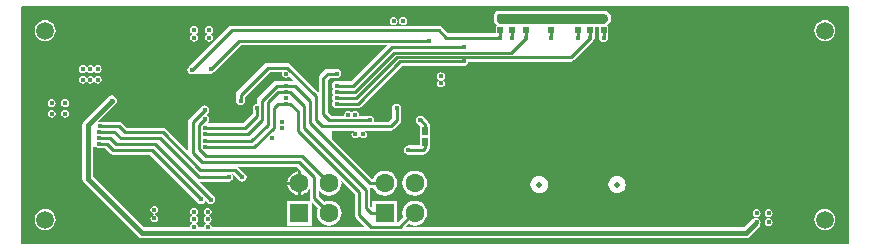
<source format=gbl>
G04*
G04 #@! TF.GenerationSoftware,Altium Limited,Altium Designer,20.0.1 (14)*
G04*
G04 Layer_Physical_Order=4*
G04 Layer_Color=16711680*
%FSLAX24Y24*%
%MOIN*%
G70*
G01*
G75*
%ADD15C,0.0060*%
%ADD26R,0.0244X0.0256*%
%ADD70C,0.0100*%
%ADD73C,0.0150*%
%ADD74C,0.0630*%
%ADD75R,0.0630X0.0630*%
%ADD76C,0.0187*%
%ADD77C,0.0160*%
%ADD78C,0.0591*%
%ADD85R,0.0197X0.0187*%
G36*
X27559Y7874D02*
X27559Y-0D01*
X-0Y0D01*
X0Y7874D01*
X27559Y7874D01*
D02*
G37*
%LPC*%
G36*
X19450Y7752D02*
X15900Y7752D01*
X15900D01*
X15900D01*
X15884Y7749D01*
X15861Y7744D01*
X15861Y7744D01*
X15861D01*
X15854Y7740D01*
X15828Y7722D01*
X15828Y7722D01*
X15778Y7672D01*
X15778Y7672D01*
X15756Y7639D01*
D01*
X15756Y7639D01*
X15751Y7614D01*
X15748Y7600D01*
X15748Y7400D01*
D01*
D01*
Y7400D01*
X15752Y7382D01*
X15756Y7361D01*
X15756Y7361D01*
X15756Y7361D01*
X15770Y7340D01*
X15778Y7328D01*
X15778Y7328D01*
X15778Y7328D01*
X15778Y7328D01*
X15864Y7242D01*
X15802D01*
Y7121D01*
X15797Y7098D01*
Y7003D01*
X14213D01*
X14008Y7208D01*
X13959Y7241D01*
X13900Y7253D01*
X7000D01*
X6941Y7241D01*
X6892Y7208D01*
X5567Y5883D01*
X5534Y5834D01*
X5522Y5775D01*
X5534Y5716D01*
X5567Y5667D01*
X5616Y5634D01*
X5675Y5622D01*
X5734Y5634D01*
X6287D01*
X6298Y5645D01*
X6302Y5645D01*
X6361Y5656D01*
X6411Y5689D01*
X7310Y6589D01*
X12173D01*
X10987Y5403D01*
X10500D01*
X10441Y5391D01*
X10392Y5358D01*
X10359Y5309D01*
X10347Y5250D01*
X10359Y5191D01*
X10386Y5150D01*
X10359Y5109D01*
X10347Y5050D01*
X10359Y4991D01*
X10386Y4950D01*
X10359Y4909D01*
X10347Y4850D01*
X10359Y4791D01*
X10386Y4750D01*
X10359Y4709D01*
X10347Y4650D01*
X10359Y4591D01*
X10392Y4542D01*
X10441Y4509D01*
X10500Y4497D01*
X11200D01*
X11259Y4509D01*
X11308Y4542D01*
X12673Y5907D01*
X14730D01*
X14789Y5919D01*
X14838Y5952D01*
X14871Y6001D01*
X14880Y6047D01*
X18300D01*
X18359Y6059D01*
X18408Y6092D01*
X19058Y6742D01*
X19091Y6791D01*
X19103Y6850D01*
Y7098D01*
X19098Y7121D01*
Y7198D01*
X19252Y7198D01*
Y7121D01*
X19247Y7098D01*
Y6850D01*
X19259Y6791D01*
X19292Y6742D01*
X19341Y6709D01*
X19400Y6697D01*
X19459Y6709D01*
X19508Y6742D01*
X19541Y6791D01*
X19553Y6850D01*
Y7098D01*
X19548Y7121D01*
Y7242D01*
X19486D01*
X19622Y7378D01*
X19644Y7411D01*
X19652Y7450D01*
Y7550D01*
X19644Y7589D01*
X19622Y7622D01*
X19522Y7722D01*
X19489Y7744D01*
X19450Y7752D01*
D02*
G37*
G36*
X12713Y7533D02*
X12663Y7522D01*
X12620Y7494D01*
X12591Y7451D01*
X12581Y7400D01*
X12591Y7349D01*
X12620Y7306D01*
X12663Y7278D01*
X12713Y7267D01*
X12764Y7278D01*
X12807Y7306D01*
X12836Y7349D01*
X12846Y7400D01*
X12836Y7451D01*
X12807Y7494D01*
X12764Y7522D01*
X12713Y7533D01*
D02*
G37*
G36*
X12400D02*
X12349Y7522D01*
X12306Y7494D01*
X12278Y7451D01*
X12267Y7400D01*
X12278Y7349D01*
X12306Y7306D01*
X12349Y7278D01*
X12400Y7267D01*
X12451Y7278D01*
X12494Y7306D01*
X12522Y7349D01*
X12533Y7400D01*
X12522Y7451D01*
X12494Y7494D01*
X12451Y7522D01*
X12400Y7533D01*
D02*
G37*
G36*
X26772Y7435D02*
X26682Y7423D01*
X26598Y7388D01*
X26525Y7333D01*
X26470Y7261D01*
X26435Y7177D01*
X26423Y7087D01*
X26435Y6996D01*
X26470Y6912D01*
X26525Y6840D01*
X26598Y6785D01*
X26682Y6750D01*
X26772Y6738D01*
X26862Y6750D01*
X26946Y6785D01*
X27018Y6840D01*
X27073Y6912D01*
X27108Y6996D01*
X27120Y7087D01*
X27108Y7177D01*
X27073Y7261D01*
X27018Y7333D01*
X26946Y7388D01*
X26862Y7423D01*
X26772Y7435D01*
D02*
G37*
G36*
X787D02*
X697Y7423D01*
X613Y7388D01*
X541Y7333D01*
X486Y7261D01*
X451Y7177D01*
X439Y7087D01*
X451Y6996D01*
X486Y6912D01*
X541Y6840D01*
X613Y6785D01*
X697Y6750D01*
X787Y6738D01*
X878Y6750D01*
X962Y6785D01*
X1034Y6840D01*
X1089Y6912D01*
X1124Y6996D01*
X1136Y7087D01*
X1124Y7177D01*
X1089Y7261D01*
X1034Y7333D01*
X962Y7388D01*
X878Y7423D01*
X787Y7435D01*
D02*
G37*
G36*
X6250Y7233D02*
X6199Y7222D01*
X6156Y7194D01*
X6128Y7151D01*
X6117Y7100D01*
X6128Y7049D01*
X6156Y7006D01*
X6199Y6978D01*
X6212Y6975D01*
X6199Y6972D01*
X6156Y6944D01*
X6128Y6901D01*
X6117Y6850D01*
X6128Y6799D01*
X6156Y6756D01*
X6199Y6728D01*
X6250Y6717D01*
X6301Y6728D01*
X6344Y6756D01*
X6372Y6799D01*
X6383Y6850D01*
X6372Y6901D01*
X6344Y6944D01*
X6301Y6972D01*
X6288Y6975D01*
X6301Y6978D01*
X6344Y7006D01*
X6372Y7049D01*
X6383Y7100D01*
X6372Y7151D01*
X6344Y7194D01*
X6301Y7222D01*
X6250Y7233D01*
D02*
G37*
G36*
X5750D02*
X5699Y7222D01*
X5656Y7194D01*
X5628Y7151D01*
X5617Y7100D01*
X5628Y7049D01*
X5656Y7006D01*
X5699Y6978D01*
X5712Y6975D01*
X5699Y6972D01*
X5656Y6944D01*
X5628Y6901D01*
X5617Y6850D01*
X5628Y6799D01*
X5656Y6756D01*
X5699Y6728D01*
X5750Y6717D01*
X5801Y6728D01*
X5844Y6756D01*
X5872Y6799D01*
X5883Y6850D01*
X5872Y6901D01*
X5844Y6944D01*
X5801Y6972D01*
X5788Y6975D01*
X5801Y6978D01*
X5844Y7006D01*
X5872Y7049D01*
X5883Y7100D01*
X5872Y7151D01*
X5844Y7194D01*
X5801Y7222D01*
X5750Y7233D01*
D02*
G37*
G36*
X2540Y5933D02*
X2489Y5922D01*
X2446Y5894D01*
X2418Y5851D01*
X2415Y5838D01*
X2412Y5851D01*
X2384Y5894D01*
X2341Y5922D01*
X2290Y5933D01*
X2239Y5922D01*
X2196Y5894D01*
X2168Y5851D01*
X2165Y5838D01*
X2162Y5851D01*
X2134Y5894D01*
X2091Y5922D01*
X2040Y5933D01*
X1989Y5922D01*
X1946Y5894D01*
X1918Y5851D01*
X1907Y5800D01*
X1918Y5749D01*
X1946Y5706D01*
X1989Y5678D01*
X2040Y5667D01*
X2091Y5678D01*
X2134Y5706D01*
X2162Y5749D01*
X2165Y5762D01*
X2168Y5749D01*
X2196Y5706D01*
X2239Y5678D01*
X2290Y5667D01*
X2341Y5678D01*
X2384Y5706D01*
X2412Y5749D01*
X2415Y5762D01*
X2418Y5749D01*
X2446Y5706D01*
X2489Y5678D01*
X2540Y5667D01*
X2591Y5678D01*
X2634Y5706D01*
X2662Y5749D01*
X2673Y5800D01*
X2662Y5851D01*
X2634Y5894D01*
X2591Y5922D01*
X2540Y5933D01*
D02*
G37*
G36*
Y5583D02*
X2489Y5572D01*
X2446Y5544D01*
X2418Y5501D01*
X2415Y5488D01*
X2412Y5501D01*
X2384Y5544D01*
X2341Y5572D01*
X2290Y5583D01*
X2239Y5572D01*
X2196Y5544D01*
X2168Y5501D01*
X2165Y5488D01*
X2162Y5501D01*
X2134Y5544D01*
X2091Y5572D01*
X2040Y5583D01*
X1989Y5572D01*
X1946Y5544D01*
X1918Y5501D01*
X1907Y5450D01*
X1918Y5399D01*
X1946Y5356D01*
X1989Y5328D01*
X2040Y5317D01*
X2091Y5328D01*
X2134Y5356D01*
X2162Y5399D01*
X2165Y5412D01*
X2168Y5399D01*
X2196Y5356D01*
X2239Y5328D01*
X2290Y5317D01*
X2341Y5328D01*
X2384Y5356D01*
X2412Y5399D01*
X2415Y5412D01*
X2418Y5399D01*
X2446Y5356D01*
X2489Y5328D01*
X2540Y5317D01*
X2591Y5328D01*
X2634Y5356D01*
X2662Y5399D01*
X2673Y5450D01*
X2662Y5501D01*
X2634Y5544D01*
X2591Y5572D01*
X2540Y5583D01*
D02*
G37*
G36*
X13977Y5696D02*
X13926Y5686D01*
X13883Y5657D01*
X13854Y5614D01*
X13844Y5563D01*
X13854Y5513D01*
X13883Y5470D01*
X13920Y5445D01*
X13883Y5421D01*
X13854Y5378D01*
X13844Y5327D01*
X13854Y5276D01*
X13883Y5233D01*
X13926Y5204D01*
X13977Y5194D01*
X14028Y5204D01*
X14071Y5233D01*
X14099Y5276D01*
X14109Y5327D01*
X14099Y5378D01*
X14071Y5421D01*
X14034Y5445D01*
X14071Y5470D01*
X14099Y5513D01*
X14109Y5563D01*
X14099Y5614D01*
X14071Y5657D01*
X14028Y5686D01*
X13977Y5696D01*
D02*
G37*
G36*
X1450Y4803D02*
X1399Y4792D01*
X1356Y4764D01*
X1328Y4721D01*
X1317Y4670D01*
X1328Y4619D01*
X1356Y4576D01*
X1399Y4548D01*
X1450Y4537D01*
X1501Y4548D01*
X1544Y4576D01*
X1572Y4619D01*
X1583Y4670D01*
X1572Y4721D01*
X1544Y4764D01*
X1501Y4792D01*
X1450Y4803D01*
D02*
G37*
G36*
X1000D02*
X949Y4792D01*
X906Y4764D01*
X878Y4721D01*
X867Y4670D01*
X878Y4619D01*
X906Y4576D01*
X949Y4548D01*
X1000Y4537D01*
X1051Y4548D01*
X1094Y4576D01*
X1122Y4619D01*
X1133Y4670D01*
X1122Y4721D01*
X1094Y4764D01*
X1051Y4792D01*
X1000Y4803D01*
D02*
G37*
G36*
X1450Y4453D02*
X1399Y4442D01*
X1356Y4414D01*
X1328Y4371D01*
X1317Y4320D01*
X1328Y4269D01*
X1356Y4226D01*
X1399Y4198D01*
X1450Y4187D01*
X1501Y4198D01*
X1544Y4226D01*
X1572Y4269D01*
X1583Y4320D01*
X1572Y4371D01*
X1544Y4414D01*
X1501Y4442D01*
X1450Y4453D01*
D02*
G37*
G36*
X1000D02*
X949Y4442D01*
X906Y4414D01*
X878Y4371D01*
X867Y4320D01*
X878Y4269D01*
X906Y4226D01*
X949Y4198D01*
X1000Y4187D01*
X1051Y4198D01*
X1094Y4226D01*
X1122Y4269D01*
X1133Y4320D01*
X1122Y4371D01*
X1094Y4414D01*
X1051Y4442D01*
X1000Y4453D01*
D02*
G37*
G36*
X8850Y6003D02*
X8200D01*
X8141Y5991D01*
X8092Y5958D01*
X7192Y5058D01*
X7159Y5009D01*
X7147Y4950D01*
Y4750D01*
X7159Y4691D01*
X7192Y4642D01*
X7241Y4609D01*
X7300Y4597D01*
X7359Y4609D01*
X7408Y4642D01*
X7441Y4691D01*
X7453Y4750D01*
Y4887D01*
X8263Y5697D01*
X8677D01*
X8667Y5650D01*
X8678Y5599D01*
X8706Y5556D01*
X8749Y5528D01*
X8800Y5517D01*
X8851Y5528D01*
X8894Y5556D01*
X8907Y5576D01*
X9081Y5403D01*
X8500D01*
X8441Y5391D01*
X8392Y5358D01*
X7892Y4858D01*
X7859Y4809D01*
X7847Y4750D01*
Y4652D01*
X7791Y4641D01*
X7742Y4608D01*
X7709Y4559D01*
X7697Y4500D01*
Y4313D01*
X7387Y4003D01*
X6197D01*
X6208Y4014D01*
X6241Y4064D01*
X6253Y4122D01*
X6241Y4181D01*
X6208Y4231D01*
X6159Y4264D01*
X6145Y4266D01*
X6208Y4329D01*
X6241Y4379D01*
X6253Y4437D01*
X6241Y4496D01*
X6208Y4546D01*
X6159Y4579D01*
X6100Y4590D01*
X6041Y4579D01*
X5992Y4546D01*
X5592Y4146D01*
X5559Y4096D01*
X5547Y4037D01*
Y3069D01*
X4808Y3808D01*
X4759Y3841D01*
X4700Y3853D01*
X3512D01*
X3357Y4008D01*
X3307Y4041D01*
X3249Y4053D01*
X2600D01*
X2544Y4042D01*
X3126Y4624D01*
X3165Y4682D01*
X3178Y4750D01*
X3165Y4818D01*
X3126Y4876D01*
X3068Y4915D01*
X3000Y4928D01*
X2932Y4915D01*
X2874Y4876D01*
X2074Y4076D01*
X2035Y4018D01*
X2022Y3950D01*
Y2150D01*
X2035Y2082D01*
X2074Y2024D01*
X3874Y224D01*
X3874Y224D01*
X3932Y185D01*
X4000Y172D01*
X24150D01*
X24218Y185D01*
X24276Y224D01*
X24576Y524D01*
X24615Y582D01*
X24628Y650D01*
X24626Y665D01*
X24633Y700D01*
X24622Y751D01*
X24594Y794D01*
X24551Y822D01*
X24500Y833D01*
X24465Y826D01*
X24450Y828D01*
X24382Y815D01*
X24324Y776D01*
X24076Y528D01*
X12795D01*
X12900Y634D01*
X12992Y596D01*
X13100Y581D01*
X13208Y596D01*
X13309Y638D01*
X13396Y704D01*
X13462Y791D01*
X13504Y892D01*
X13519Y1000D01*
X13504Y1108D01*
X13462Y1209D01*
X13396Y1296D01*
X13309Y1362D01*
X13208Y1404D01*
X13100Y1419D01*
X12992Y1404D01*
X12891Y1362D01*
X12804Y1296D01*
X12738Y1209D01*
X12696Y1108D01*
X12681Y1000D01*
X12696Y892D01*
X12704Y871D01*
X12537Y703D01*
X12515D01*
Y1415D01*
X11685D01*
Y1181D01*
X11628Y1238D01*
Y1775D01*
X11616Y1834D01*
X11607Y1847D01*
X11714D01*
X11738Y1791D01*
X11804Y1704D01*
X11891Y1638D01*
X11992Y1596D01*
X12100Y1581D01*
X12208Y1596D01*
X12309Y1638D01*
X12396Y1704D01*
X12462Y1791D01*
X12504Y1892D01*
X12519Y2000D01*
X12504Y2108D01*
X12462Y2209D01*
X12396Y2296D01*
X12309Y2362D01*
X12208Y2404D01*
X12100Y2419D01*
X11992Y2404D01*
X11891Y2362D01*
X11804Y2296D01*
X11738Y2209D01*
X11714Y2153D01*
X11663D01*
X10350Y3466D01*
Y3747D01*
X11083D01*
X11076Y3746D01*
X11033Y3717D01*
X11004Y3674D01*
X10994Y3623D01*
X11004Y3573D01*
X11033Y3530D01*
X11076Y3501D01*
X11127Y3491D01*
X11178Y3501D01*
X11221Y3530D01*
X11249Y3573D01*
X11258Y3614D01*
X11266Y3573D01*
X11295Y3530D01*
X11338Y3501D01*
X11388Y3491D01*
X11439Y3501D01*
X11482Y3530D01*
X11511Y3573D01*
X11521Y3623D01*
X11511Y3674D01*
X11482Y3717D01*
X11439Y3746D01*
X11432Y3747D01*
X12300D01*
X12359Y3759D01*
X12408Y3792D01*
X12608Y3992D01*
X12641Y4041D01*
X12653Y4100D01*
Y4491D01*
X12655Y4498D01*
X12643Y4557D01*
X12610Y4607D01*
X12560Y4640D01*
X12502Y4651D01*
X12443Y4640D01*
X12393Y4607D01*
X12392Y4605D01*
X12359Y4555D01*
X12347Y4497D01*
Y4163D01*
X12237Y4053D01*
X11744D01*
X11753Y4100D01*
X11741Y4159D01*
X11708Y4208D01*
X11659Y4241D01*
X11600Y4253D01*
X11252D01*
X11256Y4273D01*
X11246Y4324D01*
X11217Y4367D01*
X11174Y4396D01*
X11123Y4406D01*
X11072Y4396D01*
X11029Y4367D01*
X11005Y4330D01*
X10980Y4367D01*
X10937Y4396D01*
X10887Y4406D01*
X10836Y4396D01*
X10793Y4367D01*
X10764Y4324D01*
X10754Y4273D01*
X10758Y4253D01*
X10313D01*
X10203Y4363D01*
Y5437D01*
X10263Y5497D01*
X10500D01*
X10559Y5509D01*
X10608Y5542D01*
X10641Y5591D01*
X10653Y5650D01*
X10641Y5709D01*
X10608Y5758D01*
X10559Y5791D01*
X10500Y5803D01*
X10200D01*
X10141Y5791D01*
X10092Y5758D01*
X9942Y5608D01*
X9909Y5559D01*
X9897Y5500D01*
Y5019D01*
X8958Y5958D01*
X8909Y5991D01*
X8850Y6003D01*
D02*
G37*
G36*
X13301Y4248D02*
X13295D01*
X13237Y4237D01*
X13187Y4203D01*
X13154Y4154D01*
X13142Y4095D01*
X13154Y4037D01*
X13187Y3987D01*
X13203Y3976D01*
X13278Y3901D01*
X13278D01*
Y3545D01*
Y3258D01*
X12895D01*
X12837Y3246D01*
X12787Y3213D01*
X12754Y3163D01*
X12742Y3105D01*
X12754Y3046D01*
X12787Y2997D01*
X12837Y2963D01*
X12895Y2952D01*
X13391D01*
X13450Y2963D01*
X13500Y2997D01*
X13558Y3055D01*
X13591Y3105D01*
X13603Y3163D01*
Y3199D01*
X13622D01*
Y3545D01*
Y3901D01*
X13603D01*
Y3946D01*
X13591Y4004D01*
X13558Y4054D01*
X13409Y4203D01*
X13359Y4237D01*
X13301Y4248D01*
D02*
G37*
G36*
X19849Y2243D02*
X19774Y2234D01*
X19704Y2205D01*
X19645Y2159D01*
X19599Y2099D01*
X19570Y2029D01*
X19560Y1954D01*
X19570Y1879D01*
X19599Y1809D01*
X19645Y1749D01*
X19704Y1703D01*
X19774Y1674D01*
X19849Y1664D01*
X19924Y1674D01*
X19994Y1703D01*
X20054Y1749D01*
X20100Y1809D01*
X20129Y1879D01*
X20139Y1954D01*
X20129Y2029D01*
X20100Y2099D01*
X20054Y2159D01*
X19994Y2205D01*
X19924Y2234D01*
X19849Y2243D01*
D02*
G37*
G36*
X17251D02*
X17176Y2234D01*
X17106Y2205D01*
X17046Y2159D01*
X17000Y2099D01*
X16971Y2029D01*
X16961Y1954D01*
X16971Y1879D01*
X17000Y1809D01*
X17046Y1749D01*
X17106Y1703D01*
X17176Y1674D01*
X17251Y1664D01*
X17326Y1674D01*
X17396Y1703D01*
X17455Y1749D01*
X17501Y1809D01*
X17530Y1879D01*
X17540Y1954D01*
X17530Y2029D01*
X17501Y2099D01*
X17455Y2159D01*
X17396Y2205D01*
X17326Y2234D01*
X17251Y2243D01*
D02*
G37*
G36*
X13100Y2419D02*
X12992Y2404D01*
X12891Y2362D01*
X12804Y2296D01*
X12738Y2209D01*
X12696Y2108D01*
X12681Y2000D01*
X12696Y1892D01*
X12738Y1791D01*
X12804Y1704D01*
X12891Y1638D01*
X12992Y1596D01*
X13100Y1581D01*
X13208Y1596D01*
X13309Y1638D01*
X13396Y1704D01*
X13462Y1791D01*
X13504Y1892D01*
X13519Y2000D01*
X13504Y2108D01*
X13462Y2209D01*
X13396Y2296D01*
X13309Y2362D01*
X13208Y2404D01*
X13100Y2419D01*
D02*
G37*
G36*
X24900Y1133D02*
X24849Y1122D01*
X24806Y1094D01*
X24778Y1051D01*
X24767Y1000D01*
X24778Y949D01*
X24806Y906D01*
X24849Y878D01*
X24900Y867D01*
X24951Y878D01*
X24994Y906D01*
X25022Y949D01*
X25033Y1000D01*
X25022Y1051D01*
X24994Y1094D01*
X24951Y1122D01*
X24900Y1133D01*
D02*
G37*
G36*
X24500D02*
X24449Y1122D01*
X24406Y1094D01*
X24378Y1051D01*
X24367Y1000D01*
X24378Y949D01*
X24406Y906D01*
X24449Y878D01*
X24500Y867D01*
X24551Y878D01*
X24594Y906D01*
X24622Y949D01*
X24633Y1000D01*
X24622Y1051D01*
X24594Y1094D01*
X24551Y1122D01*
X24500Y1133D01*
D02*
G37*
G36*
X24900Y833D02*
X24849Y822D01*
X24806Y794D01*
X24778Y751D01*
X24767Y700D01*
X24778Y649D01*
X24806Y606D01*
X24849Y578D01*
X24900Y567D01*
X24951Y578D01*
X24994Y606D01*
X25022Y649D01*
X25033Y700D01*
X25022Y751D01*
X24994Y794D01*
X24951Y822D01*
X24900Y833D01*
D02*
G37*
G36*
X26772Y1136D02*
X26682Y1124D01*
X26598Y1089D01*
X26525Y1034D01*
X26470Y962D01*
X26435Y878D01*
X26423Y787D01*
X26435Y697D01*
X26470Y613D01*
X26525Y541D01*
X26598Y486D01*
X26682Y451D01*
X26772Y439D01*
X26862Y451D01*
X26946Y486D01*
X27018Y541D01*
X27073Y613D01*
X27108Y697D01*
X27120Y787D01*
X27108Y878D01*
X27073Y962D01*
X27018Y1034D01*
X26946Y1089D01*
X26862Y1124D01*
X26772Y1136D01*
D02*
G37*
G36*
X787D02*
X697Y1124D01*
X613Y1089D01*
X541Y1034D01*
X486Y962D01*
X451Y878D01*
X439Y787D01*
X451Y697D01*
X486Y613D01*
X541Y541D01*
X613Y486D01*
X697Y451D01*
X787Y439D01*
X878Y451D01*
X962Y486D01*
X1034Y541D01*
X1089Y613D01*
X1124Y697D01*
X1136Y787D01*
X1124Y878D01*
X1089Y962D01*
X1034Y1034D01*
X962Y1089D01*
X878Y1124D01*
X787Y1136D01*
D02*
G37*
%LPD*%
G36*
X19550Y7550D02*
Y7450D01*
X19400Y7300D01*
X15950Y7300D01*
X15850Y7400D01*
X15850Y7600D01*
X15900Y7650D01*
X19450Y7650D01*
X19550Y7550D01*
D02*
G37*
G36*
X2380Y3875D02*
Y3200D01*
X2478D01*
X2481Y3203D01*
X2530Y3170D01*
X2589Y3158D01*
X2776D01*
X2942Y2992D01*
X2991Y2959D01*
X3050Y2947D01*
X4287D01*
X5879Y1354D01*
X5929Y1321D01*
X5987Y1310D01*
X6046Y1321D01*
X6096Y1354D01*
X6129Y1404D01*
X6130Y1409D01*
X6194Y1344D01*
X6244Y1311D01*
X6302Y1299D01*
X6361Y1311D01*
X6411Y1344D01*
X6444Y1394D01*
X6455Y1452D01*
X6444Y1511D01*
X6411Y1561D01*
X5924Y2047D01*
X6900D01*
X6959Y2059D01*
X7008Y2092D01*
X7041Y2141D01*
X7053Y2200D01*
X7041Y2259D01*
X7016Y2297D01*
X7037D01*
X7242Y2092D01*
X7291Y2059D01*
X7350Y2047D01*
X7409Y2059D01*
X7458Y2092D01*
X7491Y2141D01*
X7503Y2200D01*
X7491Y2259D01*
X7458Y2308D01*
X7219Y2547D01*
X9187D01*
X9348Y2385D01*
X9300Y2392D01*
Y2000D01*
Y1608D01*
X9353Y1615D01*
X9449Y1655D01*
X9532Y1718D01*
X9595Y1801D01*
X9597Y1806D01*
Y1500D01*
X9609Y1441D01*
X9626Y1415D01*
X8835D01*
Y585D01*
X9665D01*
Y1369D01*
X9869Y1165D01*
X9846Y1108D01*
X9831Y1000D01*
X9846Y892D01*
X9888Y791D01*
X9954Y704D01*
X10041Y638D01*
X10142Y596D01*
X10250Y581D01*
X10358Y596D01*
X10459Y638D01*
X10546Y704D01*
X10612Y791D01*
X10654Y892D01*
X10669Y1000D01*
X10654Y1108D01*
X10612Y1209D01*
X10546Y1296D01*
X10459Y1362D01*
X10358Y1404D01*
X10250Y1419D01*
X10142Y1404D01*
X10085Y1381D01*
X9903Y1563D01*
Y1771D01*
X9954Y1704D01*
X10041Y1638D01*
X10142Y1596D01*
X10250Y1581D01*
X10358Y1596D01*
X10459Y1638D01*
X10546Y1704D01*
X10612Y1791D01*
X10654Y1892D01*
X10669Y2000D01*
X10659Y2075D01*
X11097Y1637D01*
Y950D01*
X11109Y891D01*
X11142Y842D01*
X11455Y528D01*
X6328D01*
X6333Y550D01*
X6322Y601D01*
X6294Y644D01*
X6251Y672D01*
X6238Y675D01*
X6251Y678D01*
X6294Y706D01*
X6322Y749D01*
X6333Y800D01*
X6322Y851D01*
X6294Y894D01*
X6251Y922D01*
X6238Y925D01*
X6251Y928D01*
X6294Y956D01*
X6322Y999D01*
X6333Y1050D01*
X6322Y1101D01*
X6294Y1144D01*
X6251Y1172D01*
X6200Y1183D01*
X6149Y1172D01*
X6106Y1144D01*
X6078Y1101D01*
X6067Y1050D01*
X6078Y999D01*
X6106Y956D01*
X6149Y928D01*
X6162Y925D01*
X6149Y922D01*
X6106Y894D01*
X6078Y851D01*
X6067Y800D01*
X6078Y749D01*
X6106Y706D01*
X6149Y678D01*
X6162Y675D01*
X6149Y672D01*
X6106Y644D01*
X6078Y601D01*
X6067Y550D01*
X6072Y528D01*
X5878D01*
X5883Y550D01*
X5872Y601D01*
X5844Y644D01*
X5801Y672D01*
X5788Y675D01*
X5801Y678D01*
X5844Y706D01*
X5872Y749D01*
X5883Y800D01*
X5872Y851D01*
X5844Y894D01*
X5801Y922D01*
X5788Y925D01*
X5801Y928D01*
X5844Y956D01*
X5872Y999D01*
X5883Y1050D01*
X5872Y1101D01*
X5844Y1144D01*
X5801Y1172D01*
X5750Y1183D01*
X5699Y1172D01*
X5656Y1144D01*
X5628Y1101D01*
X5617Y1050D01*
X5628Y999D01*
X5656Y956D01*
X5699Y928D01*
X5712Y925D01*
X5699Y922D01*
X5656Y894D01*
X5628Y851D01*
X5617Y800D01*
X5628Y749D01*
X5656Y706D01*
X5699Y678D01*
X5712Y675D01*
X5699Y672D01*
X5656Y644D01*
X5628Y601D01*
X5617Y550D01*
X5622Y528D01*
X4074D01*
X2378Y2224D01*
Y3876D01*
X2380Y3875D01*
D02*
G37*
%LPC*%
G36*
X9200Y2392D02*
X9147Y2385D01*
X9051Y2345D01*
X8968Y2282D01*
X8905Y2199D01*
X8865Y2103D01*
X8858Y2050D01*
X9200D01*
Y2392D01*
D02*
G37*
G36*
Y1950D02*
X8858D01*
X8865Y1897D01*
X8905Y1801D01*
X8968Y1718D01*
X9051Y1655D01*
X9147Y1615D01*
X9200Y1608D01*
Y1950D01*
D02*
G37*
G36*
X4427Y1244D02*
X4376Y1234D01*
X4333Y1205D01*
X4304Y1162D01*
X4294Y1112D01*
X4304Y1061D01*
X4333Y1018D01*
X4376Y989D01*
X4427Y979D01*
X4478Y989D01*
X4521Y1018D01*
X4549Y1061D01*
X4559Y1112D01*
X4549Y1162D01*
X4521Y1205D01*
X4478Y1234D01*
X4427Y1244D01*
D02*
G37*
G36*
Y956D02*
X4376Y946D01*
X4333Y917D01*
X4304Y874D01*
X4294Y823D01*
X4304Y772D01*
X4333Y729D01*
X4376Y701D01*
X4427Y691D01*
X4478Y701D01*
X4521Y729D01*
X4549Y772D01*
X4559Y823D01*
X4549Y874D01*
X4521Y917D01*
X4478Y946D01*
X4427Y956D01*
D02*
G37*
%LPD*%
D15*
X27559Y0D02*
Y7874D01*
X0Y0D02*
Y7874D01*
Y0D02*
X27559D01*
X0Y7874D02*
X27559D01*
D26*
X13450Y3377D02*
D03*
Y3723D02*
D03*
D70*
X7247Y6742D02*
X13592D01*
X6302Y5798D02*
X7247Y6742D01*
X3050Y3100D02*
X4350D01*
X2839Y3311D02*
X3050Y3100D01*
X2589Y3311D02*
X2839D01*
X3150Y3300D02*
X4455D01*
X2942Y3508D02*
X3150Y3300D01*
X2592Y3508D02*
X2942D01*
X3300Y3500D02*
X4600D01*
X3095Y3705D02*
X3300Y3500D01*
X2595Y3705D02*
X3095D01*
X3449Y3700D02*
X4700D01*
X3249Y3900D02*
X3449Y3700D01*
X2600Y3900D02*
X3249D01*
X12350Y6550D02*
X14650D01*
X11050Y5250D02*
X12350Y6550D01*
X11200Y4650D02*
X12610Y6060D01*
X14730D01*
X10200Y5650D02*
X10500D01*
X10050Y4300D02*
Y5500D01*
X10200Y5650D01*
X8850Y5850D02*
X9800Y4900D01*
X8200Y5850D02*
X8850D01*
X7300Y4950D02*
X8200Y5850D01*
X11250Y950D02*
Y1700D01*
X9200Y3750D02*
X11250Y1700D01*
X9200Y3750D02*
Y4400D01*
X8950Y4650D02*
X9200Y4400D01*
X8800Y4650D02*
X8950D01*
X9400Y3850D02*
Y4588D01*
X8941Y5046D02*
X9400Y4588D01*
X9600Y4000D02*
Y4750D01*
X9100Y5250D02*
X9600Y4750D01*
X18950Y6850D02*
Y7098D01*
X16800Y6850D02*
Y7098D01*
X10500Y4650D02*
X11200D01*
X10500Y5250D02*
X11050D01*
X12400Y6350D02*
X16300D01*
X11100Y5050D02*
X12400Y6350D01*
X10500Y5050D02*
X11100D01*
X16300Y6350D02*
X16800Y6850D01*
X18300Y6200D02*
X18950Y6850D01*
X12500Y6200D02*
X18300D01*
X11150Y4850D02*
X12500Y6200D01*
X10500Y4850D02*
X11150D01*
X18550Y6850D02*
Y7098D01*
X17650Y6850D02*
Y7098D01*
X7000Y7100D02*
X13900D01*
X5675Y5775D02*
X7000Y7100D01*
X13900D02*
X14150Y6850D01*
X15950D01*
Y7098D01*
X19400Y6850D02*
Y7098D01*
X16350Y6850D02*
Y7098D01*
X7450Y3850D02*
X7850Y4250D01*
Y4500D01*
X6100Y3850D02*
X7450D01*
X6100Y3650D02*
X7550D01*
X8000Y4100D01*
Y4750D02*
X8500Y5250D01*
X8000Y4100D02*
Y4750D01*
X8500Y5250D02*
X8800D01*
X8200Y4700D02*
X8550Y5050D01*
X8200Y3950D02*
Y4700D01*
X7650Y3400D02*
X8200Y3950D01*
X6100Y3400D02*
X7650D01*
X8550Y5050D02*
X8800D01*
X6100Y3200D02*
X7750D01*
X8400Y3850D01*
Y4500D02*
X8550Y4650D01*
X8400Y3850D02*
Y4500D01*
X8550Y4650D02*
X8800D01*
Y5250D02*
X9100D01*
X8804Y5046D02*
X8941D01*
X8800Y5050D02*
X8804Y5046D01*
X7300Y4750D02*
Y4950D01*
X10250Y4100D02*
X11600D01*
X10050Y4300D02*
X10250Y4100D01*
X11475Y1175D02*
Y1775D01*
X9400Y3850D02*
X11475Y1775D01*
X11600Y2000D02*
X12100D01*
X9600Y4000D02*
X11600Y2000D01*
X9800Y4100D02*
Y4900D01*
Y4100D02*
X10000Y3900D01*
X12300D01*
X11475Y1175D02*
X11659Y991D01*
X9350Y2900D02*
X10250Y2000D01*
X6150Y2900D02*
X9350D01*
X5900Y3150D02*
X6150Y2900D01*
X9750Y1500D02*
X10250Y1000D01*
X9250Y2700D02*
X9750Y2200D01*
Y1500D02*
Y2200D01*
X6000Y2700D02*
X9250D01*
X5700Y3000D02*
X6000Y2700D01*
X5700Y4037D02*
X6100Y4437D01*
X5700Y3000D02*
Y4037D01*
X5900Y3922D02*
X6100Y4122D01*
X5900Y3150D02*
Y3922D01*
X4700Y3700D02*
X5950Y2450D01*
X4350Y3100D02*
X5987Y1463D01*
X7100Y2450D02*
X7350Y2200D01*
X5950Y2450D02*
X7100D01*
X5900Y2200D02*
X6900D01*
X4600Y3500D02*
X5900Y2200D01*
X4455Y3300D02*
X6302Y1452D01*
X12500Y4497D02*
X12502Y4498D01*
X12500Y4100D02*
Y4497D01*
X12300Y3900D02*
X12500Y4100D01*
X12091Y991D02*
X12100Y1000D01*
X11659Y991D02*
X12091D01*
X13050Y1000D02*
X13100D01*
X12600Y550D02*
X13050Y1000D01*
X11650Y550D02*
X12600D01*
X11250Y950D02*
X11650Y550D01*
X12895Y3105D02*
X13391D01*
X13450Y3163D02*
Y3377D01*
X13391Y3105D02*
X13450Y3163D01*
Y3723D02*
Y3946D01*
X13295Y4095D02*
X13301D01*
X13450Y3946D01*
D73*
X4000Y350D02*
X24150D01*
X2200Y2150D02*
X4000Y350D01*
X2200Y3950D02*
X3000Y4750D01*
X2200Y2150D02*
Y3950D01*
X24150Y350D02*
X24450Y650D01*
D74*
X10250Y2000D02*
D03*
Y1000D02*
D03*
X9250Y2000D02*
D03*
X13100D02*
D03*
Y1000D02*
D03*
X12100Y2000D02*
D03*
D75*
X9250Y1000D02*
D03*
X12100D02*
D03*
D76*
X19849Y1954D02*
D03*
X17251D02*
D03*
D77*
X6302Y5798D02*
D03*
X14730Y6550D02*
D03*
Y6060D02*
D03*
X5674Y5774D02*
D03*
X15300Y7100D02*
D03*
X15050D02*
D03*
X15450Y7300D02*
D03*
X15200D02*
D03*
X20158Y6900D02*
D03*
X20767D02*
D03*
X21375D02*
D03*
X21983D02*
D03*
X22592D02*
D03*
X23200D02*
D03*
Y7300D02*
D03*
X22592D02*
D03*
X21983D02*
D03*
X21375D02*
D03*
X20767D02*
D03*
X20158D02*
D03*
X3600Y1400D02*
D03*
Y1700D02*
D03*
X3250D02*
D03*
X3600Y1950D02*
D03*
X3250D02*
D03*
X2900D02*
D03*
X13977Y5563D02*
D03*
Y5327D02*
D03*
X10500Y7400D02*
D03*
X10175D02*
D03*
X9850D02*
D03*
X9525D02*
D03*
X9200D02*
D03*
X8875D02*
D03*
X8550D02*
D03*
X8225D02*
D03*
X7900D02*
D03*
X7590Y5610D02*
D03*
X7240D02*
D03*
X6890D02*
D03*
X7590Y5910D02*
D03*
X7240D02*
D03*
X6890D02*
D03*
X11123Y4273D02*
D03*
X10887D02*
D03*
X8673Y3823D02*
D03*
Y4037D02*
D03*
X19400Y6850D02*
D03*
X18950D02*
D03*
X18550D02*
D03*
X17650D02*
D03*
X16800D02*
D03*
X16350D02*
D03*
X15950D02*
D03*
X17950Y7400D02*
D03*
X18300D02*
D03*
X10500Y5650D02*
D03*
X7850Y4500D02*
D03*
X8350Y3500D02*
D03*
X10500Y4850D02*
D03*
Y5050D02*
D03*
Y5250D02*
D03*
X8800Y4650D02*
D03*
Y4850D02*
D03*
Y5050D02*
D03*
Y5250D02*
D03*
Y5650D02*
D03*
X10500Y4650D02*
D03*
X11600Y4100D02*
D03*
X13592Y6742D02*
D03*
X6100Y4122D02*
D03*
Y4437D02*
D03*
Y3850D02*
D03*
Y3650D02*
D03*
Y3400D02*
D03*
Y3200D02*
D03*
X7350Y2200D02*
D03*
X6900D02*
D03*
X12502Y4498D02*
D03*
X7300Y4750D02*
D03*
X3000D02*
D03*
X24900Y700D02*
D03*
X24500D02*
D03*
X24900Y1000D02*
D03*
X24500D02*
D03*
X6302Y1452D02*
D03*
X5987Y1463D02*
D03*
X2589Y3311D02*
D03*
X2592Y3508D02*
D03*
X2595Y3705D02*
D03*
X2600Y3900D02*
D03*
X6200Y550D02*
D03*
X5750D02*
D03*
X6200Y800D02*
D03*
X5750D02*
D03*
X6200Y1050D02*
D03*
X5750D02*
D03*
X4427Y823D02*
D03*
Y1112D02*
D03*
X6250Y6850D02*
D03*
X5750D02*
D03*
X6250Y7100D02*
D03*
X5750D02*
D03*
X11127Y3623D02*
D03*
X11388D02*
D03*
X12895Y3105D02*
D03*
X13295Y4095D02*
D03*
X12713Y7400D02*
D03*
X12400D02*
D03*
X1450Y4320D02*
D03*
X1000D02*
D03*
X1450Y4670D02*
D03*
X1000D02*
D03*
X2040Y5450D02*
D03*
X2290D02*
D03*
X2540D02*
D03*
Y5800D02*
D03*
X2290D02*
D03*
X2040D02*
D03*
D78*
X26772Y787D02*
D03*
Y7087D02*
D03*
X787Y787D02*
D03*
Y7087D02*
D03*
D85*
X15950Y7502D02*
D03*
Y7098D02*
D03*
X16350D02*
D03*
Y7502D02*
D03*
X16800D02*
D03*
Y7098D02*
D03*
X17650Y7502D02*
D03*
Y7098D02*
D03*
X18550Y7502D02*
D03*
Y7098D02*
D03*
X18950Y7502D02*
D03*
Y7098D02*
D03*
X19400D02*
D03*
Y7502D02*
D03*
M02*

</source>
